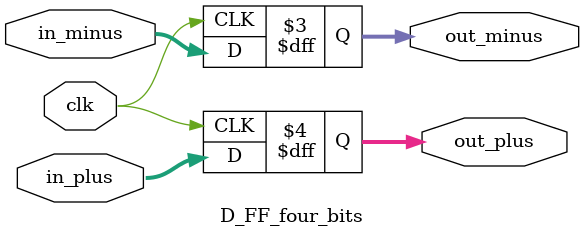
<source format=v>
module D_FF_four_bits(in_plus,in_minus,clk,out_plus,out_minus);

input clk;
input[3:0] in_minus,in_plus;
output[3:0] out_minus,out_plus;
reg[3:0] out_minus,out_plus;

initial begin
	out_minus<=3'b0;
	out_plus<=3'b0;
end

always@(posedge clk) begin
		out_minus<=in_minus;
		out_plus<=in_plus;
end

endmodule

</source>
